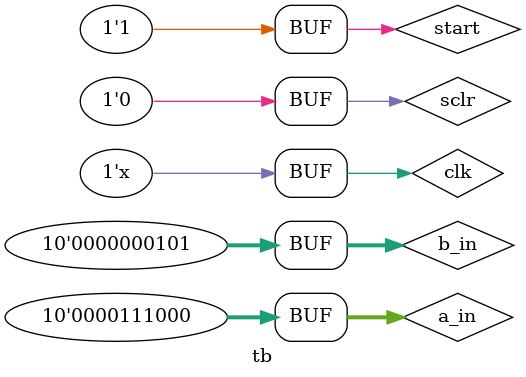
<source format=v>
`timescale 1ns/1ns
module tb();
    reg [9:0]a_in=10'd56;
    reg [9:0]b_in=10'd5;
    reg start=1'b0;
    reg clk=1'b0;
    reg sclr=1'b0;
    wire [9:0]q_out;
    wire dvz;
    wire ovf;
    wire busy;
    wire valid;
    always #10 clk = ~clk;
    initial begin
        #10 start=1'b1;

    end
    

endmodule
</source>
